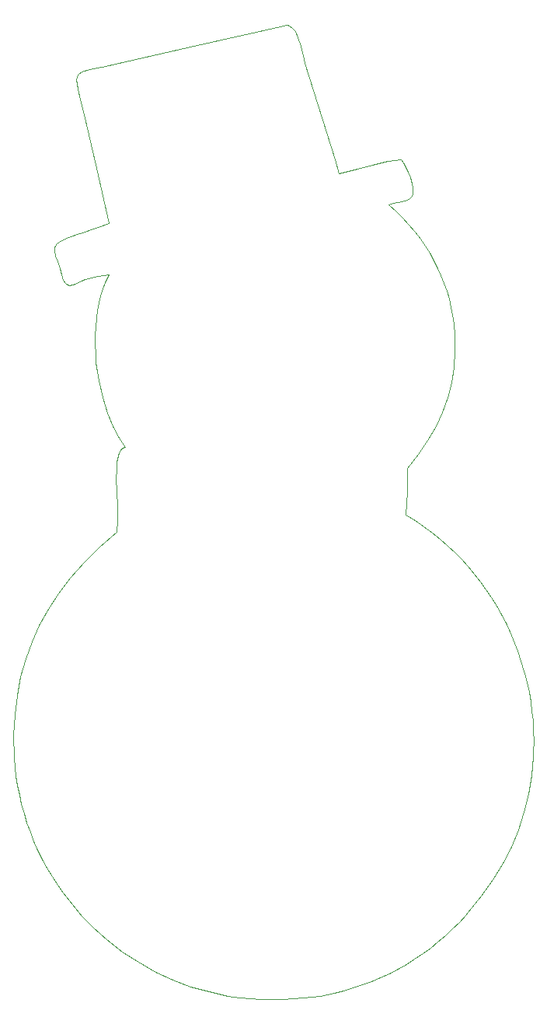
<source format=gbr>
G04 #@! TF.FileFunction,Profile,NP*
%FSLAX46Y46*%
G04 Gerber Fmt 4.6, Leading zero omitted, Abs format (unit mm)*
G04 Created by KiCad (PCBNEW 4.0.4-stable) date 12/07/16 00:33:37*
%MOMM*%
%LPD*%
G01*
G04 APERTURE LIST*
%ADD10C,0.100000*%
G04 APERTURE END LIST*
D10*
X217613727Y-101047613D02*
X218390186Y-101767828D01*
X218123218Y-100891348D02*
X217613727Y-101047613D01*
X219087528Y-100740606D02*
X218123218Y-100891348D01*
X219605548Y-100607413D02*
X219087528Y-100740606D01*
X219938648Y-100411413D02*
X219605548Y-100607413D01*
X220060703Y-100278082D02*
X219938648Y-100411413D01*
X220153797Y-100116400D02*
X220060703Y-100278082D01*
X220220127Y-99894324D02*
X220153797Y-100116400D01*
X220244922Y-99633902D02*
X220220127Y-99894324D01*
X220219120Y-99221045D02*
X220244922Y-99633902D01*
X220134555Y-98767843D02*
X220219120Y-99221045D01*
X219958454Y-98153418D02*
X220134555Y-98767843D01*
X219732746Y-97547766D02*
X219958454Y-98153418D01*
X219244602Y-96538092D02*
X219732746Y-97547766D01*
X218968341Y-96136969D02*
X219244602Y-96538092D01*
X217540882Y-96359747D02*
X218968341Y-96136969D01*
X215845981Y-96739172D02*
X217540882Y-96359747D01*
X214201328Y-97168860D02*
X215845981Y-96739172D01*
X212194934Y-97661093D02*
X214201328Y-97168860D01*
X219154361Y-102538351D02*
X219825000Y-103275000D01*
X218390186Y-101767828D02*
X219154361Y-102538351D01*
X211775760Y-96187842D02*
X212194934Y-97661093D01*
X210868168Y-93210638D02*
X211775760Y-96187842D01*
X209920154Y-90245001D02*
X210868168Y-93210638D01*
X208469745Y-85638403D02*
X209920154Y-90245001D01*
X208364399Y-85247229D02*
X208469745Y-85638403D01*
X208025150Y-83823034D02*
X208364399Y-85247229D01*
X207726368Y-82869116D02*
X208025150Y-83823034D01*
X207422290Y-82235144D02*
X207726368Y-82869116D01*
X207108142Y-81837317D02*
X207422290Y-82235144D01*
X206774845Y-81616827D02*
X207108142Y-81837317D01*
X206592334Y-81562933D02*
X206774845Y-81616827D01*
X206396885Y-81547827D02*
X206592334Y-81562933D01*
X206183765Y-81574377D02*
X206396885Y-81547827D01*
X196400470Y-83777441D02*
X206183765Y-81574377D01*
X186371704Y-86061621D02*
X196400470Y-83777441D01*
X186288505Y-86080176D02*
X186371704Y-86061621D01*
X184981521Y-86382269D02*
X186288505Y-86080176D01*
X184186462Y-86633703D02*
X184981521Y-86382269D01*
X183827705Y-86824713D02*
X184186462Y-86633703D01*
X183747055Y-86908423D02*
X183827705Y-86824713D01*
X183646606Y-87164679D02*
X183747055Y-86908423D01*
X183615089Y-87437872D02*
X183646606Y-87164679D01*
X183638229Y-87929266D02*
X183615089Y-87437872D01*
X183726242Y-88487768D02*
X183638229Y-87929266D01*
X184009369Y-89664435D02*
X183726242Y-88487768D01*
X184339790Y-90887686D02*
X184009369Y-89664435D01*
X185766296Y-97073614D02*
X184339790Y-90887686D01*
X187133758Y-103079718D02*
X185766296Y-97073614D01*
X185652305Y-103613989D02*
X187133758Y-103079718D01*
X184000961Y-104180426D02*
X185652305Y-103613989D01*
X183950393Y-104198858D02*
X184000961Y-104180426D01*
X182765426Y-104622824D02*
X183950393Y-104198858D01*
X181957771Y-104985907D02*
X182765426Y-104622824D01*
X181486671Y-105298346D02*
X181957771Y-104985907D01*
X181256584Y-105571142D02*
X181486671Y-105298346D01*
X181207077Y-105704046D02*
X181256584Y-105571142D01*
X181186477Y-106097571D02*
X181207077Y-105704046D01*
X181314033Y-106688605D02*
X181186477Y-106097571D01*
X181535324Y-107285711D02*
X181314033Y-106688605D01*
X181799720Y-107990347D02*
X181535324Y-107285711D01*
X181975456Y-108733587D02*
X181799720Y-107990347D01*
X182145111Y-109271368D02*
X181975456Y-108733587D01*
X182355384Y-109606482D02*
X182145111Y-109271368D01*
X182487205Y-109722601D02*
X182355384Y-109606482D01*
X182638626Y-109804510D02*
X182487205Y-109722601D01*
X182815673Y-109852942D02*
X182638626Y-109804510D01*
X183120262Y-109849707D02*
X182815673Y-109852942D01*
X183453903Y-109727942D02*
X183120262Y-109849707D01*
X183768631Y-109544043D02*
X183453903Y-109727942D01*
X184170463Y-109344961D02*
X183768631Y-109544043D01*
X184482101Y-109246710D02*
X184170463Y-109344961D01*
X185972595Y-108917227D02*
X184482101Y-109246710D01*
X187133758Y-108667654D02*
X185972595Y-108917227D01*
X186720474Y-109575354D02*
X187133758Y-108667654D01*
X186462776Y-110273138D02*
X186720474Y-109575354D01*
X186240944Y-110997656D02*
X186462776Y-110273138D01*
X186043953Y-111791662D02*
X186240944Y-110997656D01*
X185885376Y-112608374D02*
X186043953Y-111791662D01*
X185758712Y-113489691D02*
X185885376Y-112608374D01*
X185672462Y-114387549D02*
X185758712Y-113489691D01*
X185624313Y-115336981D02*
X185672462Y-114387549D01*
X185617561Y-116294531D02*
X185624313Y-115336981D01*
X185652374Y-117281775D02*
X185617561Y-116294531D01*
X185728088Y-118266791D02*
X185652374Y-117281775D01*
X185844459Y-119252661D02*
X185728088Y-118266791D01*
X185999534Y-120225073D02*
X185844459Y-119252661D01*
X186414299Y-122085966D02*
X185999534Y-120225073D01*
X186944435Y-123777228D02*
X186414299Y-122085966D01*
X187557350Y-125249182D02*
X186944435Y-123777228D01*
X188221729Y-126478323D02*
X187557350Y-125249182D01*
X188911777Y-127463751D02*
X188221729Y-126478323D01*
X188851322Y-127486654D02*
X188911777Y-127463751D01*
X188497058Y-127702032D02*
X188851322Y-127486654D01*
X188370029Y-127851446D02*
X188497058Y-127702032D01*
X188257770Y-128063467D02*
X188370029Y-127851446D01*
X188149723Y-128394964D02*
X188257770Y-128063467D01*
X188013126Y-129099493D02*
X188149723Y-128394964D01*
X187938556Y-129975332D02*
X188013126Y-129099493D01*
X187925525Y-130923941D02*
X187938556Y-129975332D01*
X188041736Y-133854895D02*
X187925525Y-130923941D01*
X188064930Y-135516119D02*
X188041736Y-133854895D01*
X187980396Y-136692297D02*
X188064930Y-135516119D01*
X186077362Y-138383093D02*
X187980396Y-136692297D01*
X184381637Y-140069403D02*
X186077362Y-138383093D01*
X182905334Y-141737646D02*
X184381637Y-140069403D01*
X181617241Y-143413305D02*
X182905334Y-141737646D01*
X180497284Y-145114615D02*
X181617241Y-143413305D01*
X179532188Y-146856390D02*
X180497284Y-145114615D01*
X178713409Y-148651770D02*
X179532188Y-146856390D01*
X178036102Y-150513189D02*
X178713409Y-148651770D01*
X177498558Y-152452887D02*
X178036102Y-150513189D01*
X177101829Y-154483206D02*
X177498558Y-152452887D01*
X176849533Y-156616766D02*
X177101829Y-154483206D01*
X176747642Y-158866476D02*
X176849533Y-156616766D01*
X176804329Y-161245672D02*
X176747642Y-158866476D01*
X176997375Y-163290625D02*
X176804329Y-161245672D01*
X177156974Y-164339758D02*
X176997375Y-163290625D01*
X177354988Y-165371451D02*
X177156974Y-164339758D01*
X177595314Y-166405813D02*
X177354988Y-165371451D01*
X177872902Y-167420843D02*
X177595314Y-166405813D01*
X178193443Y-168437018D02*
X177872902Y-167420843D01*
X178549919Y-169431814D02*
X178193443Y-168437018D01*
X178949669Y-170425375D02*
X178549919Y-169431814D01*
X179383812Y-171395315D02*
X178949669Y-170425375D01*
X179860992Y-172360724D02*
X179383812Y-171395315D01*
X180370712Y-173300116D02*
X179860992Y-172360724D01*
X180922363Y-174230688D02*
X180370712Y-173300116D01*
X181504341Y-175132712D02*
X180922363Y-174230688D01*
X182125976Y-176020727D02*
X181504341Y-175132712D01*
X182775299Y-176877600D02*
X182125976Y-176020727D01*
X183460571Y-177714468D02*
X182775299Y-176877600D01*
X184170463Y-178517660D02*
X183460571Y-177714468D01*
X185327697Y-179707998D02*
X184170463Y-178517660D01*
X186909843Y-181134360D02*
X185327697Y-179707998D01*
X188583805Y-182431357D02*
X186909843Y-181134360D01*
X190339923Y-183592871D02*
X188583805Y-182431357D01*
X192169559Y-184614248D02*
X190339923Y-183592871D01*
X194065067Y-185491980D02*
X192169559Y-184614248D01*
X196019992Y-186223334D02*
X194065067Y-185491980D01*
X198028980Y-186806097D02*
X196019992Y-186223334D01*
X200087665Y-187238226D02*
X198028980Y-186806097D01*
X201442371Y-187430365D02*
X200087665Y-187238226D01*
X202570758Y-187537817D02*
X201442371Y-187430365D01*
X203727802Y-187605444D02*
X202570758Y-187537817D01*
X206086902Y-187621939D02*
X203727802Y-187605444D01*
X208287296Y-187488730D02*
X206086902Y-187621939D01*
X210163013Y-187238226D02*
X208287296Y-187488730D01*
X211689273Y-186925924D02*
X210163013Y-187238226D01*
X212722049Y-186663290D02*
X211689273Y-186925924D01*
X213734928Y-186363974D02*
X212722049Y-186663290D01*
X214742557Y-186023688D02*
X213734928Y-186363974D01*
X215728412Y-185648031D02*
X214742557Y-186023688D01*
X216706394Y-185231726D02*
X215728412Y-185648031D01*
X217660648Y-184781546D02*
X216706394Y-185231726D01*
X218603763Y-184291571D02*
X217660648Y-184781546D01*
X219521106Y-183769400D02*
X218603763Y-184291571D01*
X220423450Y-183208944D02*
X219521106Y-183769400D01*
X221297947Y-182618277D02*
X220423450Y-183208944D01*
X222153110Y-181991690D02*
X221297947Y-182618277D01*
X222978321Y-181337088D02*
X222153110Y-181991690D01*
X223779575Y-180649893D02*
X222978321Y-181337088D01*
X224548847Y-179937170D02*
X223779575Y-180649893D01*
X225289478Y-179196158D02*
X224548847Y-179937170D01*
X225996219Y-178432333D02*
X225289478Y-179196158D01*
X226271854Y-178119177D02*
X225996219Y-178432333D01*
X227706745Y-176360007D02*
X226271854Y-178119177D01*
X228959018Y-174593710D02*
X227706745Y-176360007D01*
X230042926Y-172807944D02*
X228959018Y-174593710D01*
X230968326Y-170992529D02*
X230042926Y-172807944D01*
X231741855Y-169138403D02*
X230968326Y-170992529D01*
X232367481Y-167236838D02*
X231741855Y-169138403D01*
X232846759Y-165279242D02*
X232367481Y-167236838D01*
X233179050Y-163256888D02*
X232846759Y-165279242D01*
X233361606Y-161160910D02*
X233179050Y-163256888D01*
X233383854Y-160634451D02*
X233361606Y-161160910D01*
X233403629Y-159481131D02*
X233383854Y-160634451D01*
X233382999Y-158366141D02*
X233403629Y-159481131D01*
X233322361Y-157270041D02*
X233382999Y-158366141D01*
X233223484Y-156209631D02*
X233322361Y-157270041D01*
X233083850Y-155154837D02*
X233223484Y-156209631D01*
X232907581Y-154133536D02*
X233083850Y-155154837D01*
X232686786Y-153101767D02*
X232907581Y-154133536D01*
X232430393Y-152101690D02*
X232686786Y-153101767D01*
X232365818Y-151872061D02*
X232430393Y-152101690D01*
X231657367Y-149671271D02*
X232365818Y-151872061D01*
X230828540Y-147607229D02*
X231657367Y-149671271D01*
X230368915Y-146622107D02*
X230828540Y-147607229D01*
X229879825Y-145667929D02*
X230368915Y-146622107D01*
X229359272Y-144740179D02*
X229879825Y-145667929D01*
X228809742Y-143842550D02*
X229359272Y-144740179D01*
X228226566Y-142967245D02*
X228809742Y-143842550D01*
X227614673Y-142121435D02*
X228226566Y-142967245D01*
X226966068Y-141294287D02*
X227614673Y-142121435D01*
X226288822Y-140496206D02*
X226966068Y-141294287D01*
X225570850Y-139713537D02*
X226288822Y-140496206D01*
X224824070Y-138959707D02*
X225570850Y-139713537D01*
X224031543Y-138218466D02*
X224824070Y-138959707D01*
X223209797Y-137506033D02*
X224031543Y-138218466D01*
X222336185Y-136803824D02*
X223209797Y-137506033D01*
X221432727Y-136130545D02*
X222336185Y-136803824D01*
X220469959Y-135465506D02*
X221432727Y-136130545D01*
X219476490Y-134829703D02*
X220469959Y-135465506D01*
X219609897Y-132338553D02*
X219476490Y-134829703D01*
X219645649Y-129749746D02*
X219609897Y-132338553D01*
X220802799Y-128296316D02*
X219645649Y-129749746D01*
X221866657Y-126750937D02*
X220802799Y-128296316D01*
X222749378Y-125217901D02*
X221866657Y-126750937D01*
X223468814Y-123674421D02*
X222749378Y-125217901D01*
X224035144Y-122103514D02*
X223468814Y-123674421D01*
X224453357Y-120490790D02*
X224035144Y-122103514D01*
X224724338Y-118823065D02*
X224453357Y-120490790D01*
X224845371Y-117087561D02*
X224724338Y-118823065D01*
X224810535Y-115271734D02*
X224845371Y-117087561D01*
X224694950Y-114016241D02*
X224810535Y-115271734D01*
X224562671Y-113107077D02*
X224694950Y-114016241D01*
X224393482Y-112225897D02*
X224562671Y-113107077D01*
X224182453Y-111346411D02*
X224393482Y-112225897D01*
X223936298Y-110495764D02*
X224182453Y-111346411D01*
X223645679Y-109642401D02*
X223936298Y-110495764D01*
X223321781Y-108819189D02*
X223645679Y-109642401D01*
X222949329Y-107988684D02*
X223321781Y-108819189D01*
X222545597Y-107190176D02*
X222949329Y-107988684D01*
X222087375Y-106379599D02*
X222545597Y-107190176D01*
X221600330Y-105603522D02*
X222087375Y-106379599D01*
X221050480Y-104810049D02*
X221600330Y-105603522D01*
X220475132Y-104054541D02*
X221050480Y-104810049D01*
X219825000Y-103275000D02*
X220475132Y-104054541D01*
M02*

</source>
